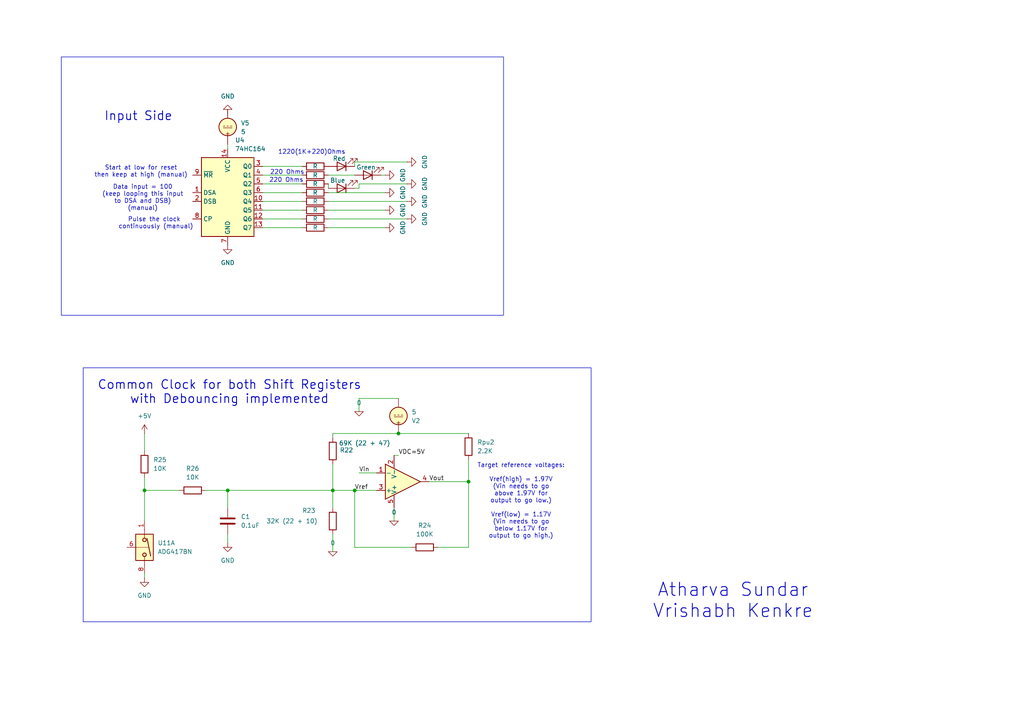
<source format=kicad_sch>
(kicad_sch (version 20250114) (generator "eeschema") (generator_version "9.0")
  (paper "A4")
  (lib_symbols
    (symbol "74xx:74HC164"
      (property "Reference" "U" (at 1.905 -13.97 0))
      (property "Value" "74HC164" (at 1.905 -16.51 0))
      (symbol "74HC164_0_1"
        (rectangle (start 7.62 10.16) (end -7.62 -12.7) (stroke (width 0.254)) (fill (type background)))
      )
      (symbol "74HC164_1_1"
        (pin input line (at -10.16 5.08 0) (length 2.54) (name "~{MR}") (number "9"))
        (pin input line (at -10.16 0 0) (length 2.54) (name "DSA") (number "1"))
        (pin input line (at -10.16 -2.54 0) (length 2.54) (name "DSB") (number "2"))
        (pin input line (at -10.16 -7.62 0) (length 2.54) (name "CP") (number "8"))
        (pin power_in line (at 0 12.7 270) (length 2.54) (name "VCC") (number "14"))
        (pin power_in line (at 0 -15.24 90) (length 2.54) (name "GND") (number "7"))
        (pin output line (at 10.16 7.62 180) (length 2.54) (name "Q0") (number "3"))
        (pin output line (at 10.16 5.08 180) (length 2.54) (name "Q1") (number "4"))
        (pin output line (at 10.16 2.54 180) (length 2.54) (name "Q2") (number "5"))
        (pin output line (at 10.16 0 180) (length 2.54) (name "Q3") (number "6"))
        (pin output line (at 10.16 -2.54 180) (length 2.54) (name "Q4") (number "10"))
        (pin output line (at 10.16 -5.08 180) (length 2.54) (name "Q5") (number "11"))
        (pin output line (at 10.16 -7.62 180) (length 2.54) (name "Q6") (number "12"))
        (pin output line (at 10.16 -10.16 180) (length 2.54) (name "Q7") (number "13"))
      )
    )
    (symbol "Analog_Switch:ADG417BN" (pin_names (offset 0.254))
      (property "Reference" "U" (at -3.175 5.334 0))
      (property "Value" "ADG417BN" (at -3.175 3.556 0))
      (symbol "ADG417BN_1_1"
        (polyline (pts (xy -5.08 0) (xy -2.794 0)))
        (rectangle (start -3.81 2.54) (end 3.81 -2.54) (stroke (width 0.254)) (fill (type background)))
        (polyline (pts (xy -2.54 0.762) (xy 2.54 1.778)) (stroke (width 0.254)))
        (circle (center -2.159 0) (radius 0.508) (stroke (width 0.254)))
        (polyline (pts (xy 0 0.762) (xy 0 1.016)))
        (polyline (pts (xy 0 0.254) (xy 0 0.508)))
        (polyline (pts (xy 0 -0.254) (xy 0 0)))
        (polyline (pts (xy 0 -0.762) (xy 0 -0.508)))
        (polyline (pts (xy 0 -1.27) (xy 0 -1.016)))
        (polyline (pts (xy 0 -1.778) (xy 0 -1.524)))
        (polyline (pts (xy 0 -2.54) (xy 0 -2.032)))
        (circle (center 2.159 0) (radius 0.508) (stroke (width 0.254)))
        (polyline (pts (xy 5.08 0) (xy 2.794 0)))
        (pin passive line (at -7.62 0 0) (length 2.54) (name "~") (number "1"))
        (pin input line (at 0 -5.08 90) (length 2.54) (name "~") (number "6"))
        (pin passive line (at 7.62 0 180) (length 2.54) (name "~") (number "8"))
      )
      (symbol "ADG417BN_2_0"
        (pin no_connect line (at -2.54 10.16 270) (length 2.54) (hide yes) (name "NC") (number "2"))
        (pin power_in line (at 0 12.7 270) (length 2.54) (name "V+") (number "4"))
        (pin power_in line (at 0 -12.7 90) (length 2.54) (name "GND") (number "3"))
        (pin power_in line (at 2.54 12.7 270) (length 2.54) (name "VL") (number "5"))
        (pin power_in line (at 2.54 -12.7 90) (length 2.54) (name "V-") (number "7"))
      )
      (symbol "ADG417BN_2_1"
        (rectangle (start -3.81 10.16) (end 6.35 -10.16) (stroke (width 0.254)) (fill (type background)))
      )
    )
    (symbol "Comparator:LM397" (pin_names (offset 0.127))
      (property "Reference" "U" (at 1.27 5.08 0))
      (property "Value" "LM397" (at 3.81 -5.08 0))
      (symbol "LM397_0_1"
        (polyline (pts (xy -5.08 5.08) (xy 5.08 0) (xy -5.08 -5.08) (xy -5.08 5.08)) (stroke (width 0.254)) (fill (type background)))
      )
      (symbol "LM397_1_1"
        (pin input line (at -7.62 2.54 0) (length 2.54) (name "+") (number "3"))
        (pin input line (at -7.62 -2.54 0) (length 2.54) (name "-") (number "1"))
        (pin power_in line (at -2.54 7.62 270) (length 3.81) (name "V+") (number "5"))
        (pin power_in line (at -2.54 -7.62 90) (length 3.81) (name "V-") (number "2"))
        (pin open_collector line (at 7.62 0 180) (length 2.54) (name "~") (number "4"))
      )
    )
    (symbol "Device:C" (pin_numbers (hide yes)) (pin_names (offset 0.254))
      (property "Reference" "C" (at 0.635 2.54 0))
      (property "Value" "C" (at 0.635 -2.54 0))
      (symbol "C_0_1"
        (polyline (pts (xy -2.032 0.762) (xy 2.032 0.762)) (stroke (width 0.508)))
        (polyline (pts (xy -2.032 -0.762) (xy 2.032 -0.762)) (stroke (width 0.508)))
      )
      (symbol "C_1_1"
        (pin passive line (at 0 3.81 270) (length 2.794) (name "~") (number "1"))
        (pin passive line (at 0 -3.81 90) (length 2.794) (name "~") (number "2"))
      )
    )
    (symbol "Device:LED" (pin_numbers (hide yes)) (pin_names (offset 1.016) (hide yes))
      (property "Reference" "D" (at 0 2.54 0))
      (property "Value" "LED" (at 0 -2.54 0))
      (symbol "LED_0_1"
        (polyline (pts (xy -3.048 -0.762) (xy -4.572 -2.286) (xy -3.81 -2.286) (xy -4.572 -2.286) (xy -4.572 -1.524)))
        (polyline (pts (xy -1.778 -0.762) (xy -3.302 -2.286) (xy -2.54 -2.286) (xy -3.302 -2.286) (xy -3.302 -1.524)))
        (polyline (pts (xy -1.27 0) (xy 1.27 0)))
        (polyline (pts (xy -1.27 -1.27) (xy -1.27 1.27)) (stroke (width 0.254)))
        (polyline (pts (xy 1.27 -1.27) (xy 1.27 1.27) (xy -1.27 0) (xy 1.27 -1.27)) (stroke (width 0.254)))
      )
      (symbol "LED_1_1"
        (pin passive line (at -3.81 0 0) (length 2.54) (name "K") (number "1"))
        (pin passive line (at 3.81 0 180) (length 2.54) (name "A") (number "2"))
      )
    )
    (symbol "Device:R" (pin_numbers (hide yes)) (pin_names (offset 0))
      (property "Reference" "R" (at 2.032 0 90))
      (property "Value" "R" (at 0 0 90))
      (symbol "R_0_1"
        (rectangle (start -1.016 -2.54) (end 1.016 2.54) (stroke (width 0.254)))
      )
      (symbol "R_1_1"
        (pin passive line (at 0 3.81 270) (length 1.27) (name "~") (number "1"))
        (pin passive line (at 0 -3.81 90) (length 1.27) (name "~") (number "2"))
      )
    )
    (symbol "Simulation_SPICE:0" (power) (pin_numbers (hide yes)) (pin_names (offset 0) (hide yes))
      (property "Value" "0" (at 0 -2.54 0))
      (symbol "0_0_1"
        (polyline (pts (xy -1.27 0) (xy 0 -1.27) (xy 1.27 0) (xy -1.27 0)))
      )
      (symbol "0_1_1"
        (pin power_in line (at 0 0 0) (length 0) (name "~") (number "1"))
      )
    )
    (symbol "Simulation_SPICE:VDC" (pin_numbers (hide yes)) (pin_names (offset 0.0254))
      (property "Reference" "V" (at 2.54 2.54 0))
      (property "Value" "1" (at 2.54 0 0))
      (symbol "VDC_0_0"
        (polyline (pts (xy -1.27 0.254) (xy 1.27 0.254)))
        (polyline (pts (xy -0.762 -0.254) (xy -1.27 -0.254)))
        (polyline (pts (xy 0.254 -0.254) (xy -0.254 -0.254)))
        (polyline (pts (xy 1.27 -0.254) (xy 0.762 -0.254)))
        (text "+" (at 0 1.905 0) (effects (font (size 1.27 1.27))))
      )
      (symbol "VDC_0_1"
        (circle (center 0 0) (radius 2.54) (stroke (width 0.254)) (fill (type background)))
      )
      (symbol "VDC_1_1"
        (pin passive line (at 0 5.08 270) (length 2.54) (name "~") (number "1"))
        (pin passive line (at 0 -5.08 90) (length 2.54) (name "~") (number "2"))
      )
    )
    (symbol "power:+5V" (power) (pin_numbers (hide yes)) (pin_names (offset 0) (hide yes))
      (property "Value" "+5V" (at 0 3.556 0))
      (symbol "+5V_0_1"
        (polyline (pts (xy -0.762 1.27) (xy 0 2.54)))
        (polyline (pts (xy 0 2.54) (xy 0.762 1.27)))
        (polyline (pts (xy 0 0) (xy 0 2.54)))
      )
      (symbol "+5V_1_1"
        (pin power_in line (at 0 0 90) (length 0) (name "~") (number "1"))
      )
    )
    (symbol "power:GND" (power) (pin_numbers (hide yes)) (pin_names (offset 0) (hide yes))
      (property "Value" "GND" (at 0 -3.81 0))
      (symbol "GND_0_1"
        (polyline (pts (xy 0 0) (xy 0 -1.27) (xy 1.27 -1.27) (xy 0 -2.54) (xy -1.27 -1.27) (xy 0 -1.27)))
      )
      (symbol "GND_1_1"
        (pin power_in line (at 0 0 270) (length 0) (name "~") (number "1"))
      )
    )
  )
  (rectangle (start 17.78 16.51) (end 146.05 91.44))
  (rectangle (start 24.13 106.68) (end 171.45 180.34))
  (text "220 Ohms" (at 83.058 52.324 0) (effects (font (size 1.27 1.27))))
  (text "Target reference voltages:\n\nVref(high) = 1.97V\n(Vin needs to go\nabove 1.97V for\noutput to go low.)\n\nVref(low) = 1.17V\n(Vin needs to go\nbelow 1.17V for\noutput to go high.)" (at 151.13 145.288 0) (effects (font (size 1.27 1.27))))
  (text "Start at low for reset\nthen keep at high (manual)" (at 40.894 49.784 0) (effects (font (size 1.27 1.27))))
  (text "Atharva Sundar\nVrishabh Kenkre" (at 212.598 174.244 0) (effects (font (size 3.81 3.81) (thickness 0.254) (bold yes))))
  (text "220 Ohms" (at 83.312 50.038 0) (effects (font (size 1.27 1.27))))
  (text "Input Side" (at 40.132 33.782 0) (effects (font (size 2.54 2.54) (thickness 0.254) (bold yes))))
  (text "Pulse the clock \ncontinuously (manual)\n" (at 45.212 64.77 0) (effects (font (size 1.27 1.27))))
  (text "Common Clock for both Shift Registers\nwith Debouncing implemented" (at 66.548 113.792 0) (effects (font (size 2.54 2.54) (thickness 0.254) (bold yes))))
  (text "Data input = 100\n(keep looping this input\nto DSA and DSB)\n(manual)" (at 41.402 57.404 0) (effects (font (size 1.27 1.27))))
  (text "1220(1K+220)Ohms" (at 90.424 44.196 0) (effects (font (size 1.27 1.27))))
  (junction (at 102.87 142.24))
  (junction (at 41.91 142.24))
  (junction (at 66.04 142.24))
  (junction (at 96.52 142.24))
  (junction (at 115.57 125.73))
  (junction (at 135.89 139.7))
  (wire (pts (xy 95.25 55.88) (xy 111.76 55.88)))
  (wire (pts (xy 115.57 132.08) (xy 114.3 132.08)))
  (wire (pts (xy 41.91 125.73) (xy 41.91 130.81)))
  (wire (pts (xy 76.2 50.8) (xy 87.63 50.8)))
  (wire (pts (xy 95.25 63.5) (xy 118.11 63.5)))
  (wire (pts (xy 41.91 166.37) (xy 41.91 167.64)))
  (wire (pts (xy 76.2 58.42) (xy 87.63 58.42)))
  (wire (pts (xy 95.25 60.96) (xy 111.76 60.96)))
  (wire (pts (xy 104.14 115.57) (xy 115.57 115.57)))
  (wire (pts (xy 76.2 63.5) (xy 87.63 63.5)))
  (wire (pts (xy 76.2 48.26) (xy 87.63 48.26)))
  (wire (pts (xy 95.25 50.8) (xy 102.87 50.8)))
  (wire (pts (xy 66.04 142.24) (xy 96.52 142.24)))
  (wire (pts (xy 119.38 158.75) (xy 102.87 158.75)))
  (wire (pts (xy 96.52 125.73) (xy 96.52 127)))
  (wire (pts (xy 135.89 139.7) (xy 124.46 139.7)))
  (wire (pts (xy 102.87 142.24) (xy 109.22 142.24)))
  (wire (pts (xy 96.52 134.62) (xy 96.52 142.24)))
  (wire (pts (xy 66.04 154.94) (xy 66.04 157.48)))
  (wire (pts (xy 110.49 50.8) (xy 111.76 50.8)))
  (wire (pts (xy 95.25 54.61) (xy 95.25 53.34)))
  (wire (pts (xy 66.04 33.02) (xy 66.04 31.75)))
  (wire (pts (xy 104.14 119.38) (xy 104.14 115.57)))
  (wire (pts (xy 96.52 142.24) (xy 96.52 147.32)))
  (wire (pts (xy 104.14 137.16) (xy 109.22 137.16)))
  (wire (pts (xy 135.89 133.35) (xy 135.89 139.7)))
  (wire (pts (xy 96.52 125.73) (xy 115.57 125.73)))
  (wire (pts (xy 41.91 142.24) (xy 41.91 151.13)))
  (wire (pts (xy 76.2 53.34) (xy 87.63 53.34)))
  (wire (pts (xy 76.2 55.88) (xy 87.63 55.88)))
  (wire (pts (xy 95.25 58.42) (xy 118.11 58.42)))
  (wire (pts (xy 115.57 125.73) (xy 135.89 125.73)))
  (wire (pts (xy 114.3 151.13) (xy 114.3 147.32)))
  (wire (pts (xy 96.52 142.24) (xy 102.87 142.24)))
  (wire (pts (xy 102.87 54.61) (xy 104.14 54.61)))
  (wire (pts (xy 41.91 142.24) (xy 52.07 142.24)))
  (wire (pts (xy 76.2 66.04) (xy 87.63 66.04)))
  (wire (pts (xy 102.87 46.99) (xy 102.87 48.26)))
  (wire (pts (xy 104.14 53.34) (xy 118.11 53.34)))
  (wire (pts (xy 41.91 138.43) (xy 41.91 142.24)))
  (wire (pts (xy 96.52 154.94) (xy 96.52 160.02)))
  (wire (pts (xy 102.87 46.99) (xy 118.11 46.99)))
  (wire (pts (xy 135.89 139.7) (xy 135.89 158.75)))
  (wire (pts (xy 104.14 54.61) (xy 104.14 53.34)))
  (wire (pts (xy 66.04 41.91) (xy 66.04 43.18)))
  (wire (pts (xy 102.87 158.75) (xy 102.87 142.24)))
  (wire (pts (xy 95.25 66.04) (xy 111.76 66.04)))
  (wire (pts (xy 135.89 158.75) (xy 127 158.75)))
  (wire (pts (xy 66.04 142.24) (xy 66.04 147.32)))
  (wire (pts (xy 76.2 60.96) (xy 87.63 60.96)))
  (wire (pts (xy 59.69 142.24) (xy 66.04 142.24)))
  (label "Vin" (at 104.14 137.16 0))
  (label "Vref" (at 102.87 142.24 0))
  (label "Vout" (at 124.46 139.7 0))
  (label "VDC=5V" (at 115.57 132.08 0))
  (symbol (lib_id "Analog_Switch:ADG417BN") (at 41.91 158.75 270) (unit 1)
    (property "Reference" "U11" (at 45.72 157.4799 90) (effects (justify left)))
    (property "Value" "ADG417BN" (at 45.72 160.0199 90) (effects (justify left)))
    (property "Footprint" "Package_DIP:DIP-8_W7.62mm" (effects (hide yes)))
    (property "Datasheet" "https://www.analog.com/media/en/technical-documentation/data-sheets/ADG417.pdf" (effects (hide yes)))
    (property "Description" "Single SPST Monolithic LC²MOS Analog Switch, normally OFF, 25Ohm Ron, DIP-8" (effects (hide yes)))
  )
  (symbol (lib_id "Simulation_SPICE:VDC") (at 115.57 120.65 0) (mirror x) (unit 1)
    (property "Reference" "V2" (at 119.38 122.0499 0) (effects (justify left)))
    (property "Value" "5" (at 119.38 119.5099 0) (effects (justify left)))
    (property "Datasheet" "https://ngspice.sourceforge.io/docs/ngspice-html-manual/manual.xhtml#sec_Independent_Sources_for" (effects (hide yes)))
    (property "Description" "Voltage source, DC" (effects (hide yes)))
    (property "Sim.Pins" "1=+ 2=-" (effects (hide yes)))
    (property "Sim.Type" "DC" (effects (hide yes)))
    (property "Sim.Device" "V" (effects (hide yes)))
  )
  (symbol (lib_id "Comparator:LM397") (at 116.84 139.7 0) (mirror x) (unit 1)
    (property "Reference" "U3" (effects (hide yes)))
    (property "Value" "LM397" (effects (hide yes)))
    (property "Footprint" "Package_TO_SOT_SMD:SOT-23-5" (effects (hide yes)))
    (property "Datasheet" "http://www.ti.com/lit/ds/symlink/lm397.pdf" (effects (hide yes)))
    (property "Description" "Single General-Purpose Voltage Comparator with Open-Collector Output, SOT-23-5" (effects (hide yes)))
  )
  (symbol (lib_id "power:GND") (at 118.11 46.99 90) (unit 1)
    (property "Reference" "#PWR07" (effects (hide yes)))
    (property "Value" "GND" (at 123.19 46.99 0))
    (property "Description" "Power symbol creates a global label with name \"GND\" , ground" (effects (hide yes)))
  )
  (symbol (lib_id "power:GND") (at 111.76 60.96 90) (unit 1)
    (property "Reference" "#PWR08" (effects (hide yes)))
    (property "Value" "GND" (at 116.84 60.96 0))
    (property "Description" "Power symbol creates a global label with name \"GND\" , ground" (effects (hide yes)))
  )
  (symbol (lib_id "power:GND") (at 66.04 157.48 0) (unit 1)
    (property "Reference" "#PWR030" (effects (hide yes)))
    (property "Value" "GND" (at 66.04 162.56 0))
    (property "Description" "Power symbol creates a global label with name \"GND\" , ground" (effects (hide yes)))
  )
  (symbol (lib_id "power:GND") (at 66.04 33.02 0) (mirror x) (unit 1)
    (property "Reference" "#PWR06" (effects (hide yes)))
    (property "Value" "GND" (at 66.04 27.94 0))
    (property "Description" "Power symbol creates a global label with name \"GND\" , ground" (effects (hide yes)))
  )
  (symbol (lib_id "Device:R") (at 91.44 48.26 90) (unit 1)
    (property "Reference" "R8" (effects (hide yes)))
    (property "Value" "R" (at 91.44 48.26 90))
    (property "Description" "Resistor" (effects (hide yes)))
  )
  (symbol (lib_id "Device:LED") (at 99.06 48.26 180) (unit 1)
    (property "Reference" "Red" (at 96.52 45.974 0) (effects (justify right)))
    (property "Value" "LED" (effects (hide yes)))
    (property "Description" "Light emitting diode" (effects (hide yes)))
    (property "Sim.Pins" "1=K 2=A" (effects (hide yes)))
  )
  (symbol (lib_id "power:+5V") (at 41.91 125.73 0) (unit 1)
    (property "Reference" "#PWR029" (effects (hide yes)))
    (property "Value" "+5V" (at 41.91 120.65 0))
    (property "Description" "Power symbol creates a global label with name \"+5V\"" (effects (hide yes)))
  )
  (symbol (lib_id "Device:R") (at 135.89 129.54 0) (unit 1)
    (property "Reference" "Rpu2" (at 138.43 128.2699 0) (effects (justify left)))
    (property "Value" "2.2K" (at 138.43 130.8099 0) (effects (justify left)))
    (property "Description" "Resistor" (effects (hide yes)))
  )
  (symbol (lib_id "power:GND") (at 66.04 71.12 0) (unit 1)
    (property "Reference" "#PWR05" (effects (hide yes)))
    (property "Value" "GND" (at 66.04 76.2 0))
    (property "Description" "Power symbol creates a global label with name \"GND\" , ground" (effects (hide yes)))
  )
  (symbol (lib_id "power:GND") (at 118.11 53.34 90) (unit 1)
    (property "Reference" "#PWR02" (effects (hide yes)))
    (property "Value" "GND" (at 123.19 53.34 0))
    (property "Description" "Power symbol creates a global label with name \"GND\" , ground" (effects (hide yes)))
  )
  (symbol (lib_id "Device:R") (at 91.44 55.88 90) (unit 1)
    (property "Reference" "R3" (effects (hide yes)))
    (property "Value" "R" (at 91.44 55.88 90))
    (property "Description" "Resistor" (effects (hide yes)))
  )
  (symbol (lib_id "power:GND") (at 41.91 167.64 0) (unit 1)
    (property "Reference" "#PWR015" (effects (hide yes)))
    (property "Value" "GND" (at 41.91 172.72 0))
    (property "Description" "Power symbol creates a global label with name \"GND\" , ground" (effects (hide yes)))
  )
  (symbol (lib_id "power:GND") (at 118.11 63.5 90) (unit 1)
    (property "Reference" "#PWR09" (effects (hide yes)))
    (property "Value" "GND" (at 123.19 63.5 0))
    (property "Description" "Power symbol creates a global label with name \"GND\" , ground" (effects (hide yes)))
  )
  (symbol (lib_id "Simulation_SPICE:0") (at 96.52 160.02 0) (unit 1)
    (property "Reference" "#GND01" (effects (hide yes)))
    (property "Value" "0" (at 96.52 157.48 0))
    (property "Datasheet" "https://ngspice.sourceforge.io/docs/ngspice-html-manual/manual.xhtml#subsec_Circuit_elements__device" (effects (hide yes)))
    (property "Description" "0V reference potential for simulation" (effects (hide yes)))
  )
  (symbol (lib_id "Device:R") (at 91.44 60.96 90) (unit 1)
    (property "Reference" "R9" (effects (hide yes)))
    (property "Value" "R" (at 91.44 60.96 90))
    (property "Description" "Resistor" (effects (hide yes)))
  )
  (symbol (lib_id "power:GND") (at 118.11 58.42 90) (unit 1)
    (property "Reference" "#PWR04" (effects (hide yes)))
    (property "Value" "GND" (at 123.19 58.42 0))
    (property "Description" "Power symbol creates a global label with name \"GND\" , ground" (effects (hide yes)))
  )
  (symbol (lib_id "power:GND") (at 111.76 50.8 90) (unit 1)
    (property "Reference" "#PWR01" (effects (hide yes)))
    (property "Value" "GND" (at 116.84 50.8 0))
    (property "Description" "Power symbol creates a global label with name \"GND\" , ground" (effects (hide yes)))
  )
  (symbol (lib_id "power:GND") (at 111.76 55.88 90) (unit 1)
    (property "Reference" "#PWR03" (effects (hide yes)))
    (property "Value" "GND" (at 116.84 55.88 0))
    (property "Description" "Power symbol creates a global label with name \"GND\" , ground" (effects (hide yes)))
  )
  (symbol (lib_id "Device:R") (at 91.44 58.42 90) (unit 1)
    (property "Reference" "R7" (effects (hide yes)))
    (property "Value" "R" (at 91.44 58.42 90))
    (property "Description" "Resistor" (effects (hide yes)))
  )
  (symbol (lib_id "Device:LED") (at 99.06 54.61 180) (unit 1)
    (property "Reference" "Blue" (at 95.758 52.324 0) (effects (justify right)))
    (property "Value" "LED" (effects (hide yes)))
    (property "Description" "Light emitting diode" (effects (hide yes)))
    (property "Sim.Pins" "1=K 2=A" (effects (hide yes)))
  )
  (symbol (lib_id "Device:C") (at 66.04 151.13 0) (unit 1)
    (property "Reference" "C1" (at 69.85 149.8599 0) (effects (justify left)))
    (property "Value" "0.1uF" (at 69.85 152.3999 0) (effects (justify left)))
    (property "Description" "Unpolarized capacitor" (effects (hide yes)))
  )
  (symbol (lib_id "Simulation_SPICE:0") (at 104.14 119.38 0) (unit 1)
    (property "Reference" "#GND02" (effects (hide yes)))
    (property "Value" "0" (at 104.14 116.84 0))
    (property "Datasheet" "https://ngspice.sourceforge.io/docs/ngspice-html-manual/manual.xhtml#subsec_Circuit_elements__device" (effects (hide yes)))
    (property "Description" "0V reference potential for simulation" (effects (hide yes)))
  )
  (symbol (lib_id "power:GND") (at 111.76 66.04 90) (unit 1)
    (property "Reference" "#PWR010" (effects (hide yes)))
    (property "Value" "GND" (at 116.84 66.04 0))
    (property "Description" "Power symbol creates a global label with name \"GND\" , ground" (effects (hide yes)))
  )
  (symbol (lib_id "Device:R") (at 96.52 151.13 0) (unit 1)
    (property "Reference" "R23" (at 87.63 148.082 0) (effects (justify left)))
    (property "Value" "32K (22 + 10)" (at 77.216 151.13 0) (effects (justify left)))
    (property "Description" "Resistor" (effects (hide yes)))
  )
  (symbol (lib_id "Simulation_SPICE:0") (at 114.3 151.13 0) (unit 1)
    (property "Reference" "#GND06" (effects (hide yes)))
    (property "Value" "0" (at 114.3 148.59 0))
    (property "Datasheet" "https://ngspice.sourceforge.io/docs/ngspice-html-manual/manual.xhtml#subsec_Circuit_elements__device" (effects (hide yes)))
    (property "Description" "0V reference potential for simulation" (effects (hide yes)))
  )
  (symbol (lib_id "Device:R") (at 96.52 130.81 0) (unit 1)
    (property "Reference" "R22" (at 98.552 130.556 0) (effects (justify left)))
    (property "Value" "69K (22 + 47)" (at 98.298 128.524 0) (effects (justify left)))
    (property "Description" "Resistor" (effects (hide yes)))
  )
  (symbol (lib_id "Device:R") (at 91.44 50.8 90) (unit 1)
    (property "Reference" "R1" (effects (hide yes)))
    (property "Value" "R" (at 91.44 50.8 90))
    (property "Description" "Resistor" (effects (hide yes)))
  )
  (symbol (lib_id "Device:R") (at 91.44 53.34 90) (unit 1)
    (property "Reference" "R2" (effects (hide yes)))
    (property "Value" "R" (at 91.44 53.34 90))
    (property "Description" "Resistor" (effects (hide yes)))
  )
  (symbol (lib_id "Device:LED") (at 106.68 50.8 180) (unit 1)
    (property "Reference" "Green" (at 103.378 48.514 0) (effects (justify right)))
    (property "Value" "LED" (effects (hide yes)))
    (property "Description" "Light emitting diode" (effects (hide yes)))
    (property "Sim.Pins" "1=K 2=A" (effects (hide yes)))
  )
  (symbol (lib_id "74xx:74HC164") (at 66.04 55.88 0) (unit 1)
    (property "Reference" "U4" (at 68.1833 40.64 0) (effects (justify left)))
    (property "Value" "74HC164" (at 68.1833 43.18 0) (effects (justify left)))
    (property "Datasheet" "https://assets.nexperia.com/documents/data-sheet/74HC_HCT164.pdf" (effects (hide yes)))
    (property "Description" "8-bit serial-in parallel-out shift register" (effects (hide yes)))
  )
  (symbol (lib_id "Simulation_SPICE:VDC") (at 66.04 36.83 180) (unit 1)
    (property "Reference" "V5" (at 69.85 35.6897 0) (effects (justify right)))
    (property "Value" "5" (at 69.85 38.2297 0) (effects (justify right)))
    (property "Datasheet" "https://ngspice.sourceforge.io/docs/ngspice-html-manual/manual.xhtml#sec_Independent_Sources_for" (effects (hide yes)))
    (property "Description" "Voltage source, DC" (effects (hide yes)))
    (property "Sim.Pins" "1=+ 2=-" (effects (hide yes)))
    (property "Sim.Type" "DC" (effects (hide yes)))
    (property "Sim.Device" "V" (effects (hide yes)))
  )
  (symbol (lib_id "Device:R") (at 55.88 142.24 270) (unit 1)
    (property "Reference" "R26" (at 55.88 135.89 90))
    (property "Value" "10K" (at 55.88 138.43 90))
    (property "Description" "Resistor" (effects (hide yes)))
  )
  (symbol (lib_id "Device:R") (at 91.44 66.04 90) (unit 1)
    (property "Reference" "R12" (effects (hide yes)))
    (property "Value" "R" (at 91.44 66.04 90))
    (property "Description" "Resistor" (effects (hide yes)))
  )
  (symbol (lib_id "Device:R") (at 123.19 158.75 90) (unit 1)
    (property "Reference" "R24" (at 123.19 152.4 90))
    (property "Value" "100K" (at 123.19 154.94 90))
    (property "Description" "Resistor" (effects (hide yes)))
  )
  (symbol (lib_id "Device:R") (at 41.91 134.62 0) (unit 1)
    (property "Reference" "R25" (at 44.45 133.3499 0) (effects (justify left)))
    (property "Value" "10K" (at 44.45 135.8899 0) (effects (justify left)))
    (property "Description" "Resistor" (effects (hide yes)))
  )
  (symbol (lib_id "Device:R") (at 91.44 63.5 90) (unit 1)
    (property "Reference" "R10" (effects (hide yes)))
    (property "Value" "R" (at 91.44 63.5 90))
    (property "Description" "Resistor" (effects (hide yes)))
  )
)
</source>
